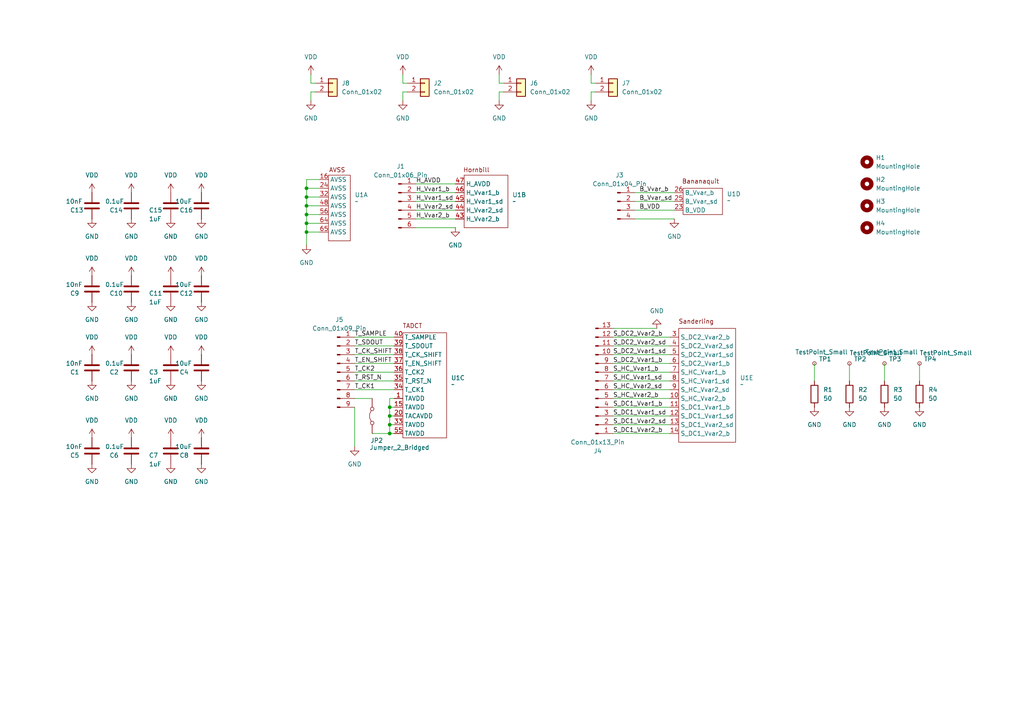
<source format=kicad_sch>
(kicad_sch (version 20231120) (generator "eeschema") (generator_version "8.0")
  (paper "A4")
  (lib_symbols
    (symbol "Connector:Conn_01x04_Pin" (pin_names (offset 1.016) hide)
      (property "Reference" "J" (at 0 5.08 0))
      (property "Value" "Conn_01x04_Pin" (at 0 -7.62 0))
      (symbol "Conn_01x04_Pin_1_1"
        (pin passive line (at 5.08 2.54 180) (length 3.81) (name "Pin_1") (number "1"))
        (pin passive line (at 5.08 0 180) (length 3.81) (name "Pin_2") (number "2"))
        (pin passive line (at 5.08 -2.54 180) (length 3.81) (name "Pin_3") (number "3"))
        (pin passive line (at 5.08 -5.08 180) (length 3.81) (name "Pin_4") (number "4"))
      )
    )
    (symbol "Connector:Conn_01x06_Pin" (pin_names (offset 1.016) hide)
      (property "Reference" "J" (at 0 7.62 0))
      (property "Value" "Conn_01x06_Pin" (at 0 -10.16 0))
      (symbol "Conn_01x06_Pin_1_1"
        (pin passive line (at 5.08 5.08 180) (length 3.81) (name "Pin_1") (number "1"))
        (pin passive line (at 5.08 2.54 180) (length 3.81) (name "Pin_2") (number "2"))
        (pin passive line (at 5.08 0 180) (length 3.81) (name "Pin_3") (number "3"))
        (pin passive line (at 5.08 -2.54 180) (length 3.81) (name "Pin_4") (number "4"))
        (pin passive line (at 5.08 -5.08 180) (length 3.81) (name "Pin_5") (number "5"))
        (pin passive line (at 5.08 -7.62 180) (length 3.81) (name "Pin_6") (number "6"))
      )
    )
    (symbol "Connector:Conn_01x09_Pin" (pin_names (offset 1.016) hide)
      (property "Reference" "J" (at 0 12.7 0))
      (property "Value" "Conn_01x09_Pin" (at 0 -12.7 0))
      (symbol "Conn_01x09_Pin_1_1"
        (pin passive line (at 5.08 10.16 180) (length 3.81) (name "Pin_1") (number "1"))
        (pin passive line (at 5.08 7.62 180) (length 3.81) (name "Pin_2") (number "2"))
        (pin passive line (at 5.08 5.08 180) (length 3.81) (name "Pin_3") (number "3"))
        (pin passive line (at 5.08 2.54 180) (length 3.81) (name "Pin_4") (number "4"))
        (pin passive line (at 5.08 0 180) (length 3.81) (name "Pin_5") (number "5"))
        (pin passive line (at 5.08 -2.54 180) (length 3.81) (name "Pin_6") (number "6"))
        (pin passive line (at 5.08 -5.08 180) (length 3.81) (name "Pin_7") (number "7"))
        (pin passive line (at 5.08 -7.62 180) (length 3.81) (name "Pin_8") (number "8"))
        (pin passive line (at 5.08 -10.16 180) (length 3.81) (name "Pin_9") (number "9"))
      )
    )
    (symbol "Connector:Conn_01x13_Pin" (pin_names (offset 1.016) hide)
      (property "Reference" "J" (at 0 17.78 0))
      (property "Value" "Conn_01x13_Pin" (at 0 -17.78 0))
      (symbol "Conn_01x13_Pin_1_1"
        (pin passive line (at 5.08 15.24 180) (length 3.81) (name "Pin_1") (number "1"))
        (pin passive line (at 5.08 -7.62 180) (length 3.81) (name "Pin_10") (number "10"))
        (pin passive line (at 5.08 -10.16 180) (length 3.81) (name "Pin_11") (number "11"))
        (pin passive line (at 5.08 -12.7 180) (length 3.81) (name "Pin_12") (number "12"))
        (pin passive line (at 5.08 -15.24 180) (length 3.81) (name "Pin_13") (number "13"))
        (pin passive line (at 5.08 12.7 180) (length 3.81) (name "Pin_2") (number "2"))
        (pin passive line (at 5.08 10.16 180) (length 3.81) (name "Pin_3") (number "3"))
        (pin passive line (at 5.08 7.62 180) (length 3.81) (name "Pin_4") (number "4"))
        (pin passive line (at 5.08 5.08 180) (length 3.81) (name "Pin_5") (number "5"))
        (pin passive line (at 5.08 2.54 180) (length 3.81) (name "Pin_6") (number "6"))
        (pin passive line (at 5.08 0 180) (length 3.81) (name "Pin_7") (number "7"))
        (pin passive line (at 5.08 -2.54 180) (length 3.81) (name "Pin_8") (number "8"))
        (pin passive line (at 5.08 -5.08 180) (length 3.81) (name "Pin_9") (number "9"))
      )
    )
    (symbol "Connector:TestPoint_Small" (pin_numbers hide) (pin_names (offset 0.762) hide)
      (property "Reference" "TP" (at 0 3.81 0))
      (property "Value" "TestPoint_Small" (at 0 2.032 0))
      (symbol "TestPoint_Small_1_1"
        (pin passive line (at 0 0 90) (length 0) (name "1") (number "1"))
      )
    )
    (symbol "Connector_Generic:Conn_01x02" (pin_names (offset 1.016) hide)
      (property "Reference" "J" (at 0 2.54 0))
      (property "Value" "Conn_01x02" (at 0 -5.08 0))
      (symbol "Conn_01x02_1_1"
        (pin passive line (at -5.08 0 0) (length 3.81) (name "Pin_1") (number "1"))
        (pin passive line (at -5.08 -2.54 0) (length 3.81) (name "Pin_2") (number "2"))
      )
    )
    (symbol "Device:C" (pin_numbers hide) (pin_names (offset 0.254))
      (property "Reference" "C" (at 0.635 2.54 0))
      (property "Value" "C" (at 0.635 -2.54 0))
      (symbol "C_1_1"
        (pin passive line (at 0 3.81 270) (length 2.794) (name "~") (number "1"))
        (pin passive line (at 0 -3.81 90) (length 2.794) (name "~") (number "2"))
      )
    )
    (symbol "Device:R" (pin_numbers hide) (pin_names (offset 0))
      (property "Reference" "R" (at 2.032 0 90))
      (property "Value" "R" (at 0 0 90))
      (symbol "R_1_1"
        (pin passive line (at 0 3.81 270) (length 1.27) (name "~") (number "1"))
        (pin passive line (at 0 -3.81 90) (length 1.27) (name "~") (number "2"))
      )
    )
    (symbol "HBST:HBST"
      (property "Reference" "U" (at -5.842 22.352 0))
      (symbol "HBST_1_1"
        (text "AVSS" (at 0 5.334 0) (effects (font (size 1.27 1.27))))
        (pin bidirectional line (at -5.08 2.54 0) (length 2.54) (name "AVSS") (number "16"))
        (pin bidirectional line (at -5.08 0 0) (length 2.54) (name "AVSS") (number "24"))
        (pin bidirectional line (at -5.08 -2.54 0) (length 2.54) (name "AVSS") (number "32"))
        (pin bidirectional line (at -5.08 -5.08 0) (length 2.54) (name "AVSS") (number "48"))
        (pin bidirectional line (at -5.08 -7.62 0) (length 2.54) (name "AVSS") (number "56"))
        (pin bidirectional line (at -5.08 -10.16 0) (length 2.54) (name "AVSS") (number "64"))
      )
      (symbol "HBST_2_1"
        (text "Hornbill" (at -1.524 9.144 0) (effects (font (size 1.27 1.27))))
        (pin bidirectional line (at -7.62 -5.08 0) (length 2.54) (name "H_Vvar2_b") (number "43"))
        (pin bidirectional line (at -7.62 -2.54 0) (length 2.54) (name "H_Vvar2_sd") (number "44"))
        (pin bidirectional line (at -7.62 0 0) (length 2.54) (name "H_Vvar1_sd") (number "45"))
        (pin bidirectional line (at -7.62 2.54 0) (length 2.54) (name "H_Vvar1_b") (number "46"))
        (pin bidirectional line (at -7.62 5.08 0) (length 2.54) (name "H_AVDD") (number "47"))
      )
      (symbol "HBST_3_1"
        (text "TADCT" (at -2.286 10.922 0) (effects (font (size 1.27 1.27))))
        (pin bidirectional line (at -7.62 -10.16 0) (length 2.54) (name "TAVDD") (number "1"))
        (pin bidirectional line (at -7.62 -12.7 0) (length 2.54) (name "TAVDD") (number "15"))
        (pin bidirectional line (at -7.62 -15.24 0) (length 2.54) (name "TACAVDD") (number "20"))
        (pin bidirectional line (at -7.62 -17.78 0) (length 2.54) (name "TAVDD") (number "33"))
        (pin bidirectional line (at -7.62 -7.62 0) (length 2.54) (name "T_CK1") (number "34"))
        (pin bidirectional line (at -7.62 -5.08 0) (length 2.54) (name "T_RST_N") (number "35"))
        (pin bidirectional line (at -7.62 -2.54 0) (length 2.54) (name "T_CK2") (number "36"))
        (pin bidirectional line (at -7.62 0 0) (length 2.54) (name "T_EN_SHIFT") (number "37"))
        (pin bidirectional line (at -7.62 2.54 0) (length 2.54) (name "T_CK_SHIFT") (number "38"))
        (pin bidirectional line (at -7.62 5.08 0) (length 2.54) (name "T_SDOUT") (number "39"))
        (pin bidirectional line (at -7.62 7.62 0) (length 2.54) (name "T_SAMPLE") (number "40"))
        (pin bidirectional line (at -7.62 -20.32 0) (length 2.54) (name "TAVDD") (number "55"))
      )
      (symbol "HBST_4_1"
        (text "Bananaquit\n" (at 0 4.572 0) (effects (font (size 1.27 1.27))))
        (pin bidirectional line (at -7.62 -3.81 0) (length 2.54) (name "B_VDD") (number "23"))
        (pin bidirectional line (at -7.62 -1.27 0) (length 2.54) (name "B_Vvar_sd") (number "25"))
        (pin bidirectional line (at -7.62 1.27 0) (length 2.54) (name "B_Vvar_b") (number "26"))
      )
      (symbol "HBST_5_1"
        (text "Sanderling" (at -1.27 18.542 0) (effects (font (size 1.27 1.27))))
        (pin bidirectional line (at -8.89 -3.81 0) (length 2.54) (name "S_HC_Vvar2_b") (number "10"))
        (pin bidirectional line (at -8.89 -6.35 0) (length 2.54) (name "S_DC1_Vvar1_b") (number "11"))
        (pin bidirectional line (at -8.89 -8.89 0) (length 2.54) (name "S_DC1_Vvar1_sd") (number "12"))
        (pin bidirectional line (at -8.89 -11.43 0) (length 2.54) (name "S_DC1_Vvar2_sd") (number "13"))
        (pin bidirectional line (at -8.89 -13.97 0) (length 2.54) (name "S_DC1_Vvar2_b") (number "14"))
        (pin bidirectional line (at -8.89 13.97 0) (length 2.54) (name "S_DC2_Vvar2_b") (number "3"))
        (pin bidirectional line (at -8.89 11.43 0) (length 2.54) (name "S_DC2_Vvar2_sd") (number "4"))
        (pin bidirectional line (at -8.89 8.89 0) (length 2.54) (name "S_DC2_Vvar1_sd") (number "5"))
        (pin bidirectional line (at -8.89 6.35 0) (length 2.54) (name "S_DC2_Vvar1_b") (number "6"))
        (pin bidirectional line (at -8.89 3.81 0) (length 2.54) (name "S_HC_Vvar1_b") (number "7"))
        (pin bidirectional line (at -8.89 1.27 0) (length 2.54) (name "S_HC_Vvar1_sd") (number "8"))
        (pin bidirectional line (at -8.89 -1.27 0) (length 2.54) (name "S_HC_Vvar2_sd") (number "9"))
      )
    )
    (symbol "HBST_1"
      (property "Reference" "U" (at -5.842 22.352 0))
      (symbol "HBST_1_1_1"
        (text "AVSS" (at 0 5.334 0) (effects (font (size 1.27 1.27))))
        (pin bidirectional line (at -5.08 2.54 0) (length 2.54) (name "AVSS") (number "16"))
        (pin bidirectional line (at -5.08 0 0) (length 2.54) (name "AVSS") (number "24"))
        (pin bidirectional line (at -5.08 -2.54 0) (length 2.54) (name "AVSS") (number "32"))
        (pin bidirectional line (at -5.08 -5.08 0) (length 2.54) (name "AVSS") (number "48"))
        (pin bidirectional line (at -5.08 -7.62 0) (length 2.54) (name "AVSS") (number "56"))
        (pin bidirectional line (at -5.08 -10.16 0) (length 2.54) (name "AVSS") (number "64"))
        (pin bidirectional line (at -5.08 -12.7 0) (length 2.54) (name "AVSS") (number "65"))
      )
      (symbol "HBST_1_2_1"
        (text "Hornbill" (at -1.524 9.144 0) (effects (font (size 1.27 1.27))))
        (pin bidirectional line (at -7.62 -5.08 0) (length 2.54) (name "H_Vvar2_b") (number "43"))
        (pin bidirectional line (at -7.62 -2.54 0) (length 2.54) (name "H_Vvar2_sd") (number "44"))
        (pin bidirectional line (at -7.62 0 0) (length 2.54) (name "H_Vvar1_sd") (number "45"))
        (pin bidirectional line (at -7.62 2.54 0) (length 2.54) (name "H_Vvar1_b") (number "46"))
        (pin bidirectional line (at -7.62 5.08 0) (length 2.54) (name "H_AVDD") (number "47"))
      )
      (symbol "HBST_1_3_1"
        (text "TADCT" (at -2.286 10.922 0) (effects (font (size 1.27 1.27))))
        (pin bidirectional line (at -7.62 -10.16 0) (length 2.54) (name "TAVDD") (number "1"))
        (pin bidirectional line (at -7.62 -12.7 0) (length 2.54) (name "TAVDD") (number "15"))
        (pin bidirectional line (at -7.62 -15.24 0) (length 2.54) (name "TACAVDD") (number "20"))
        (pin bidirectional line (at -7.62 -17.78 0) (length 2.54) (name "TAVDD") (number "33"))
        (pin bidirectional line (at -7.62 -7.62 0) (length 2.54) (name "T_CK1") (number "34"))
        (pin bidirectional line (at -7.62 -5.08 0) (length 2.54) (name "T_RST_N") (number "35"))
        (pin bidirectional line (at -7.62 -2.54 0) (length 2.54) (name "T_CK2") (number "36"))
        (pin bidirectional line (at -7.62 0 0) (length 2.54) (name "T_EN_SHIFT") (number "37"))
        (pin bidirectional line (at -7.62 2.54 0) (length 2.54) (name "T_CK_SHIFT") (number "38"))
        (pin bidirectional line (at -7.62 5.08 0) (length 2.54) (name "T_SDOUT") (number "39"))
        (pin bidirectional line (at -7.62 7.62 0) (length 2.54) (name "T_SAMPLE") (number "40"))
        (pin bidirectional line (at -7.62 -20.32 0) (length 2.54) (name "TAVDD") (number "55"))
      )
      (symbol "HBST_1_4_1"
        (text "Bananaquit\n" (at 0 4.572 0) (effects (font (size 1.27 1.27))))
        (pin bidirectional line (at -7.62 -3.81 0) (length 2.54) (name "B_VDD") (number "23"))
        (pin bidirectional line (at -7.62 -1.27 0) (length 2.54) (name "B_Vvar_sd") (number "25"))
        (pin bidirectional line (at -7.62 1.27 0) (length 2.54) (name "B_Vvar_b") (number "26"))
      )
      (symbol "HBST_1_5_1"
        (text "Sanderling" (at -1.27 18.542 0) (effects (font (size 1.27 1.27))))
        (pin bidirectional line (at -8.89 -3.81 0) (length 2.54) (name "S_HC_Vvar2_b") (number "10"))
        (pin bidirectional line (at -8.89 -6.35 0) (length 2.54) (name "S_DC1_Vvar1_b") (number "11"))
        (pin bidirectional line (at -8.89 -8.89 0) (length 2.54) (name "S_DC1_Vvar1_sd") (number "12"))
        (pin bidirectional line (at -8.89 -11.43 0) (length 2.54) (name "S_DC1_Vvar2_sd") (number "13"))
        (pin bidirectional line (at -8.89 -13.97 0) (length 2.54) (name "S_DC1_Vvar2_b") (number "14"))
        (pin bidirectional line (at -8.89 13.97 0) (length 2.54) (name "S_DC2_Vvar2_b") (number "3"))
        (pin bidirectional line (at -8.89 11.43 0) (length 2.54) (name "S_DC2_Vvar2_sd") (number "4"))
        (pin bidirectional line (at -8.89 8.89 0) (length 2.54) (name "S_DC2_Vvar1_sd") (number "5"))
        (pin bidirectional line (at -8.89 6.35 0) (length 2.54) (name "S_DC2_Vvar1_b") (number "6"))
        (pin bidirectional line (at -8.89 3.81 0) (length 2.54) (name "S_HC_Vvar1_b") (number "7"))
        (pin bidirectional line (at -8.89 1.27 0) (length 2.54) (name "S_HC_Vvar1_sd") (number "8"))
        (pin bidirectional line (at -8.89 -1.27 0) (length 2.54) (name "S_HC_Vvar2_sd") (number "9"))
      )
    )
    (symbol "Jumper:Jumper_2_Bridged" (pin_numbers hide) (pin_names (offset 0) hide) (exclude_from_sim yes)
      (property "Reference" "JP" (at 0 1.905 0))
      (property "Value" "Jumper_2_Bridged" (at 0 -2.54 0))
      (symbol "Jumper_2_Bridged_1_1"
        (pin passive line (at -5.08 0 0) (length 2.54) (name "A") (number "1"))
        (pin passive line (at 5.08 0 180) (length 2.54) (name "B") (number "2"))
      )
    )
    (symbol "Mechanical:MountingHole" (pin_names (offset 1.016)) (exclude_from_sim yes) (in_bom no)
      (property "Reference" "H" (at 0 5.08 0))
      (property "Value" "MountingHole" (at 0 3.175 0))
    )
    (symbol "power:GND" (power) (pin_numbers hide) (pin_names (offset 0) hide)
      (property "Value" "GND" (at 0 -3.81 0))
      (symbol "GND_1_1"
        (pin power_in line (at 0 0 270) (length 0) (name "~") (number "1"))
      )
    )
    (symbol "power:VDD" (power) (pin_numbers hide) (pin_names (offset 0) hide)
      (property "Value" "VDD" (at 0 3.556 0))
      (symbol "VDD_1_1"
        (pin power_in line (at 0 0 90) (length 0) (name "~") (number "1"))
      )
    )
  )
  (junction (at 113.03 123.19))
  (junction (at 113.03 118.11))
  (junction (at 88.9 57.15))
  (junction (at 88.9 64.77))
  (junction (at 88.9 54.61))
  (junction (at 113.03 125.73))
  (junction (at 88.9 62.23))
  (junction (at 88.9 67.31))
  (junction (at 113.03 120.65))
  (junction (at 88.9 59.69))
  (wire (pts (xy 88.9 59.69) (xy 88.9 62.23)))
  (wire (pts (xy 177.8 95.25) (xy 190.5 95.25)))
  (wire (pts (xy 146.05 24.13) (xy 144.78 24.13)))
  (wire (pts (xy 88.9 59.69) (xy 92.71 59.69)))
  (wire (pts (xy 91.44 24.13) (xy 90.17 24.13)))
  (wire (pts (xy 88.9 64.77) (xy 88.9 67.31)))
  (wire (pts (xy 102.87 107.95) (xy 114.3 107.95)))
  (wire (pts (xy 172.72 26.67) (xy 171.45 26.67)))
  (wire (pts (xy 88.9 67.31) (xy 92.71 67.31)))
  (wire (pts (xy 246.38 105.41) (xy 246.38 110.49)))
  (wire (pts (xy 102.87 113.03) (xy 114.3 113.03)))
  (wire (pts (xy 102.87 100.33) (xy 114.3 100.33)))
  (wire (pts (xy 177.8 100.33) (xy 194.31 100.33)))
  (wire (pts (xy 120.65 53.34) (xy 132.08 53.34)))
  (wire (pts (xy 102.87 105.41) (xy 114.3 105.41)))
  (wire (pts (xy 184.15 63.5) (xy 195.58 63.5)))
  (wire (pts (xy 90.17 26.67) (xy 90.17 29.21)))
  (wire (pts (xy 118.11 26.67) (xy 116.84 26.67)))
  (wire (pts (xy 88.9 57.15) (xy 92.71 57.15)))
  (wire (pts (xy 120.65 60.96) (xy 132.08 60.96)))
  (wire (pts (xy 177.8 115.57) (xy 194.31 115.57)))
  (wire (pts (xy 177.8 118.11) (xy 194.31 118.11)))
  (wire (pts (xy 88.9 54.61) (xy 88.9 57.15)))
  (wire (pts (xy 113.03 120.65) (xy 114.3 120.65)))
  (wire (pts (xy 88.9 52.07) (xy 88.9 54.61)))
  (wire (pts (xy 171.45 26.67) (xy 171.45 29.21)))
  (wire (pts (xy 114.3 123.19) (xy 113.03 123.19)))
  (wire (pts (xy 120.65 55.88) (xy 132.08 55.88)))
  (wire (pts (xy 90.17 24.13) (xy 90.17 21.59)))
  (wire (pts (xy 88.9 62.23) (xy 92.71 62.23)))
  (wire (pts (xy 177.8 120.65) (xy 194.31 120.65)))
  (wire (pts (xy 171.45 24.13) (xy 171.45 21.59)))
  (wire (pts (xy 102.87 118.11) (xy 102.87 129.54)))
  (wire (pts (xy 146.05 26.67) (xy 144.78 26.67)))
  (wire (pts (xy 91.44 26.67) (xy 90.17 26.67)))
  (wire (pts (xy 113.03 115.57) (xy 114.3 115.57)))
  (wire (pts (xy 120.65 66.04) (xy 132.08 66.04)))
  (wire (pts (xy 120.65 58.42) (xy 132.08 58.42)))
  (wire (pts (xy 102.87 97.79) (xy 114.3 97.79)))
  (wire (pts (xy 236.22 105.41) (xy 236.22 110.49)))
  (wire (pts (xy 177.8 113.03) (xy 194.31 113.03)))
  (wire (pts (xy 177.8 102.87) (xy 194.31 102.87)))
  (wire (pts (xy 113.03 123.19) (xy 113.03 120.65)))
  (wire (pts (xy 92.71 52.07) (xy 88.9 52.07)))
  (wire (pts (xy 116.84 24.13) (xy 116.84 21.59)))
  (wire (pts (xy 113.03 118.11) (xy 113.03 115.57)))
  (wire (pts (xy 102.87 102.87) (xy 114.3 102.87)))
  (wire (pts (xy 177.8 110.49) (xy 194.31 110.49)))
  (wire (pts (xy 266.7 105.41) (xy 266.7 110.49)))
  (wire (pts (xy 184.15 55.88) (xy 195.58 55.88)))
  (wire (pts (xy 144.78 26.67) (xy 144.78 29.21)))
  (wire (pts (xy 88.9 67.31) (xy 88.9 71.12)))
  (wire (pts (xy 144.78 24.13) (xy 144.78 21.59)))
  (wire (pts (xy 88.9 54.61) (xy 92.71 54.61)))
  (wire (pts (xy 102.87 115.57) (xy 107.95 115.57)))
  (wire (pts (xy 118.11 24.13) (xy 116.84 24.13)))
  (wire (pts (xy 177.8 97.79) (xy 194.31 97.79)))
  (wire (pts (xy 184.15 60.96) (xy 195.58 60.96)))
  (wire (pts (xy 102.87 110.49) (xy 114.3 110.49)))
  (wire (pts (xy 107.95 125.73) (xy 113.03 125.73)))
  (wire (pts (xy 177.8 125.73) (xy 194.31 125.73)))
  (wire (pts (xy 88.9 62.23) (xy 88.9 64.77)))
  (wire (pts (xy 172.72 24.13) (xy 171.45 24.13)))
  (wire (pts (xy 177.8 105.41) (xy 194.31 105.41)))
  (wire (pts (xy 120.65 63.5) (xy 132.08 63.5)))
  (wire (pts (xy 88.9 57.15) (xy 88.9 59.69)))
  (wire (pts (xy 177.8 107.95) (xy 194.31 107.95)))
  (wire (pts (xy 256.54 105.41) (xy 256.54 110.49)))
  (wire (pts (xy 113.03 120.65) (xy 113.03 118.11)))
  (wire (pts (xy 113.03 125.73) (xy 113.03 123.19)))
  (wire (pts (xy 88.9 64.77) (xy 92.71 64.77)))
  (wire (pts (xy 116.84 26.67) (xy 116.84 29.21)))
  (wire (pts (xy 177.8 123.19) (xy 194.31 123.19)))
  (wire (pts (xy 114.3 118.11) (xy 113.03 118.11)))
  (wire (pts (xy 184.15 58.42) (xy 195.58 58.42)))
  (wire (pts (xy 114.3 125.73) (xy 113.03 125.73)))
  (label "S_DC2_Vvar2_b" (at 177.8 97.79 0))
  (label "T_CK1" (at 102.87 113.03 0))
  (label "T_CK_SHIFT" (at 102.87 102.87 0))
  (label "B_VDD" (at 185.42 60.96 0))
  (label "T_CK2" (at 102.87 107.95 0))
  (label "H_Vvar2_sd" (at 120.65 60.96 0))
  (label "H_AVDD" (at 120.65 53.34 0))
  (label "S_HC_Vvar1_b" (at 177.8 107.95 0))
  (label "S_DC1_Vvar2_b" (at 177.8 125.73 0))
  (label "T_RST_N" (at 102.87 110.49 0))
  (label "S_HC_Vvar2_sd" (at 177.8 113.03 0))
  (label "S_DC2_Vvar1_sd" (at 177.8 102.87 0))
  (label "S_HC_Vvar2_b" (at 177.8 115.57 0))
  (label "T_SDOUT" (at 102.87 100.33 0))
  (label "H_Vvar2_b" (at 120.65 63.5 0))
  (label "B_Vvar_sd" (at 185.42 58.42 0))
  (label "T_EN_SHIFT" (at 102.87 105.41 0))
  (label "H_Vvar1_b" (at 120.65 55.88 0))
  (label "T_SAMPLE" (at 102.87 97.79 0))
  (label "S_DC1_Vvar1_sd" (at 177.8 120.65 0))
  (label "S_DC2_Vvar2_sd" (at 177.8 100.33 0))
  (label "S_HC_Vvar1_sd" (at 177.8 110.49 0))
  (label "B_Vvar_b" (at 185.42 55.88 0))
  (label "S_DC1_Vvar2_sd" (at 177.8 123.19 0))
  (label "S_DC2_Vvar1_b" (at 177.8 105.41 0))
  (label "H_Vvar1_sd" (at 120.65 58.42 0))
  (label "S_DC1_Vvar1_b" (at 177.8 118.11 0))
  (symbol (lib_id "Mechanical:MountingHole") (at 251.46 46.99 90) (unit 1) (exclude_from_sim yes) (in_bom no)
    (property "Reference" "H1" (at 254 45.7199 90) (effects (justify right)))
    (property "Value" "MountingHole" (at 254 48.2599 90) (effects (justify right)))
    (property "Footprint" "MountingHole:MountingHole_5mm_Pad_TopBottom" (effects (hide yes)))
    (property "Description" "Mounting Hole without connection" (effects (hide yes)))
  )
  (symbol (lib_id "power:VDD") (at 90.17 21.59 0) (unit 1)
    (property "Reference" "#PWR048" (effects (hide yes)))
    (property "Value" "VDD" (at 90.17 16.51 0))
    (property "Description" "Power symbol creates a global label with name \"VDD\"" (effects (hide yes)))
  )
  (symbol (lib_id "power:GND") (at 49.53 87.63 0) (unit 1)
    (property "Reference" "#PWR031" (effects (hide yes)))
    (property "Value" "GND" (at 49.53 92.71 0))
    (property "Description" "Power symbol creates a global label with name \"GND\" , ground" (effects (hide yes)))
  )
  (symbol (lib_id "power:GND") (at 236.22 118.11 0) (unit 1)
    (property "Reference" "#PWR06" (effects (hide yes)))
    (property "Value" "GND" (at 236.22 123.19 0))
    (property "Description" "Power symbol creates a global label with name \"GND\" , ground" (effects (hide yes)))
  )
  (symbol (lib_id "Device:C") (at 58.42 130.81 0) (mirror x) (unit 1)
    (property "Reference" "C8" (at 52.07 132.08 0) (effects (justify left)))
    (property "Value" "10uF" (at 50.8 129.54 0) (effects (justify left)))
    (property "Footprint" "Capacitor_SMD:C_0805_2012Metric" (effects (hide yes)))
    (property "Description" "Unpolarized capacitor" (effects (hide yes)))
    (property "MANUFACTURER" "Samsung" (effects (hide yes)))
    (property "Manufacturer_Name" "Samsung" (effects (hide yes)))
    (property "Manufacturer_Part_Number" "CL21A106KOQNNNE" (effects (hide yes)))
    (property "LCSC" "C1713" (effects (hide yes)))
    (property "Farnell" "3013453" (effects (hide yes)))
  )
  (symbol (lib_id "Device:C") (at 26.67 83.82 0) (mirror x) (unit 1)
    (property "Reference" "C9" (at 20.32 85.09 0) (effects (justify left)))
    (property "Value" "10nF" (at 19.05 82.55 0) (effects (justify left)))
    (property "Footprint" "Capacitor_SMD:C_0805_2012Metric" (effects (hide yes)))
    (property "Description" "Unpolarized capacitor" (effects (hide yes)))
    (property "MANUFACTURER" "Samsung" (effects (hide yes)))
    (property "Manufacturer_Name" "Samsung" (effects (hide yes)))
    (property "Manufacturer_Part_Number" "CL21B103KBANNNC" (effects (hide yes)))
    (property "LCSC" "C1710" (effects (hide yes)))
    (property "Digi-Key Part Number" "1276-1015-1-ND" (effects (hide yes)))
    (property "Farnell" "3013470" (effects (hide yes)))
  )
  (symbol (lib_id "Connector:Conn_01x06_Pin") (at 115.57 58.42 0) (unit 1)
    (property "Reference" "J1" (at 116.205 48.26 0))
    (property "Value" "Conn_01x06_Pin" (at 116.205 50.8 0))
    (property "Footprint" "Connector_PinHeader_2.54mm:PinHeader_1x06_P2.54mm_Horizontal" (effects (hide yes)))
    (property "Description" "Generic connector, single row, 01x06, script generated" (effects (hide yes)))
  )
  (symbol (lib_id "Mechanical:MountingHole") (at 251.46 53.34 90) (unit 1) (exclude_from_sim yes) (in_bom no)
    (property "Reference" "H2" (at 254 52.0699 90) (effects (justify right)))
    (property "Value" "MountingHole" (at 254 54.6099 90) (effects (justify right)))
    (property "Footprint" "MountingHole:MountingHole_5mm_Pad_TopBottom" (effects (hide yes)))
    (property "Description" "Mounting Hole without connection" (effects (hide yes)))
  )
  (symbol (lib_id "power:VDD") (at 171.45 21.59 0) (unit 1)
    (property "Reference" "#PWR046" (effects (hide yes)))
    (property "Value" "VDD" (at 171.45 16.51 0))
    (property "Description" "Power symbol creates a global label with name \"VDD\"" (effects (hide yes)))
  )
  (symbol (lib_id "Connector:Conn_01x13_Pin") (at 172.72 110.49 0) (mirror x) (unit 1)
    (property "Reference" "J4" (at 173.355 130.81 0))
    (property "Value" "Conn_01x13_Pin" (at 173.355 128.27 0))
    (property "Footprint" "Connector_PinHeader_2.54mm:PinHeader_1x13_P2.54mm_Horizontal" (effects (hide yes)))
    (property "Description" "Generic connector, single row, 01x13, script generated" (effects (hide yes)))
  )
  (symbol (lib_id "Device:C") (at 49.53 83.82 0) (mirror x) (unit 1)
    (property "Reference" "C11" (at 43.18 85.09 0) (effects (justify left)))
    (property "Value" "1uF" (at 43.18 87.63 0) (effects (justify left)))
    (property "Footprint" "Capacitor_SMD:C_0805_2012Metric" (effects (hide yes)))
    (property "Description" "Unpolarized capacitor" (effects (hide yes)))
    (property "MANUFACTURER" "Samsung" (effects (hide yes)))
    (property "Manufacturer_Name" "Samsung" (effects (hide yes)))
    (property "Manufacturer_Part_Number" "CL21B105KAFNNNE" (effects (hide yes)))
    (property "LCSC" "C116352" (effects (hide yes)))
    (property "Farnell" "3013481" (effects (hide yes)))
  )
  (symbol (lib_id "power:GND") (at 195.58 63.5 0) (unit 1)
    (property "Reference" "#PWR05" (effects (hide yes)))
    (property "Value" "GND" (at 195.58 68.58 0))
    (property "Description" "Power symbol creates a global label with name \"GND\" , ground" (effects (hide yes)))
  )
  (symbol (lib_id "Connector:TestPoint_Small") (at 256.54 105.41 0) (unit 1)
    (property "Reference" "TP3" (at 257.81 104.1399 0) (effects (justify left)))
    (property "Value" "TestPoint_Small" (at 250.952 102.108 0) (effects (justify left)))
    (property "Footprint" "TestPoint:TestPoint_Pad_D1.0mm" (effects (hide yes)))
    (property "Description" "test point" (effects (hide yes)))
  )
  (symbol (lib_id "power:VDD") (at 58.42 127 0) (unit 1)
    (property "Reference" "#PWR024" (effects (hide yes)))
    (property "Value" "VDD" (at 58.42 121.92 0))
    (property "Description" "Power symbol creates a global label with name \"VDD\"" (effects (hide yes)))
  )
  (symbol (lib_id "Mechanical:MountingHole") (at 251.46 66.04 90) (unit 1) (exclude_from_sim yes) (in_bom no)
    (property "Reference" "H4" (at 254 64.7699 90) (effects (justify right)))
    (property "Value" "MountingHole" (at 254 67.3099 90) (effects (justify right)))
    (property "Footprint" "MountingHole:MountingHole_5mm_Pad_TopBottom" (effects (hide yes)))
    (property "Description" "Mounting Hole without connection" (effects (hide yes)))
  )
  (symbol (lib_id "Device:C") (at 38.1 106.68 0) (mirror x) (unit 1)
    (property "Reference" "C2" (at 31.75 107.95 0) (effects (justify left)))
    (property "Value" "0.1uF" (at 30.48 105.41 0) (effects (justify left)))
    (property "Footprint" "Capacitor_SMD:C_0805_2012Metric" (effects (hide yes)))
    (property "Description" "Unpolarized capacitor" (effects (hide yes)))
    (property "MANUFACTURER" "Samsung" (effects (hide yes)))
    (property "Manufacturer_Name" "Samsung" (effects (hide yes)))
    (property "Manufacturer_Part_Number" "CL21B104KBCNNNC" (effects (hide yes)))
    (property "LCSC" "C1711" (effects (hide yes)))
    (property "Farnell" "3013476" (effects (hide yes)))
  )
  (symbol (lib_id "power:GND") (at 26.67 110.49 0) (unit 1)
    (property "Reference" "#PWR010" (effects (hide yes)))
    (property "Value" "GND" (at 26.67 115.57 0))
    (property "Description" "Power symbol creates a global label with name \"GND\" , ground" (effects (hide yes)))
  )
  (symbol (lib_id "Device:R") (at 246.38 114.3 0) (unit 1)
    (property "Reference" "R2" (at 248.92 113.0299 0) (effects (justify left)))
    (property "Value" "50" (at 248.92 115.5699 0) (effects (justify left)))
    (property "Footprint" "Resistor_SMD:R_0805_2012Metric_Pad1.20x1.40mm_HandSolder" (effects (hide yes)))
    (property "Description" "Resistor" (effects (hide yes)))
  )
  (symbol (lib_name "HBST_1") (lib_id "HBST:HBST") (at 97.79 54.61 0) (unit 1)
    (property "Reference" "U1" (at 102.87 56.5121 0) (effects (justify left)))
    (property "Value" "~" (at 102.87 58.4172 0) (effects (justify left)))
    (property "Footprint" "Package_DFN_QFN:QFN-64-1EP_8x8mm_P0.4mm_EP6.5x6.5mm_ThermalVias" (effects (hide yes)))
  )
  (symbol (lib_id "Jumper:Jumper_2_Bridged") (at 107.95 120.65 90) (unit 1) (exclude_from_sim yes)
    (property "Reference" "JP2" (at 107.442 127.762 90) (effects (justify right)))
    (property "Value" "Jumper_2_Bridged" (at 107.188 129.794 90) (effects (justify right)))
    (property "Footprint" "TestPoint:TestPoint_2Pads_Pitch2.54mm_Drill0.8mm" (effects (hide yes)))
    (property "Description" "Jumper, 2-pole, closed/bridged" (effects (hide yes)))
  )
  (symbol (lib_id "power:GND") (at 116.84 29.21 0) (unit 1)
    (property "Reference" "#PWR042" (effects (hide yes)))
    (property "Value" "GND" (at 116.84 34.29 0))
    (property "Description" "Power symbol creates a global label with name \"GND\" , ground" (effects (hide yes)))
  )
  (symbol (lib_id "power:GND") (at 246.38 118.11 0) (unit 1)
    (property "Reference" "#PWR07" (effects (hide yes)))
    (property "Value" "GND" (at 246.38 123.19 0))
    (property "Description" "Power symbol creates a global label with name \"GND\" , ground" (effects (hide yes)))
  )
  (symbol (lib_id "Device:C") (at 38.1 59.69 0) (mirror x) (unit 1)
    (property "Reference" "C14" (at 31.75 60.96 0) (effects (justify left)))
    (property "Value" "0.1uF" (at 30.48 58.42 0) (effects (justify left)))
    (property "Footprint" "Capacitor_SMD:C_0805_2012Metric" (effects (hide yes)))
    (property "Description" "Unpolarized capacitor" (effects (hide yes)))
    (property "MANUFACTURER" "Samsung" (effects (hide yes)))
    (property "Manufacturer_Name" "Samsung" (effects (hide yes)))
    (property "Manufacturer_Part_Number" "CL21B104KBCNNNC" (effects (hide yes)))
    (property "LCSC" "C1711" (effects (hide yes)))
    (property "Farnell" "3013476" (effects (hide yes)))
  )
  (symbol (lib_id "power:GND") (at 266.7 118.11 0) (unit 1)
    (property "Reference" "#PWR09" (effects (hide yes)))
    (property "Value" "GND" (at 266.7 123.19 0))
    (property "Description" "Power symbol creates a global label with name \"GND\" , ground" (effects (hide yes)))
  )
  (symbol (lib_id "power:VDD") (at 116.84 21.59 0) (unit 1)
    (property "Reference" "#PWR043" (effects (hide yes)))
    (property "Value" "VDD" (at 116.84 16.51 0))
    (property "Description" "Power symbol creates a global label with name \"VDD\"" (effects (hide yes)))
  )
  (symbol (lib_id "Mechanical:MountingHole") (at 251.46 59.69 90) (unit 1) (exclude_from_sim yes) (in_bom no)
    (property "Reference" "H3" (at 254 58.4199 90) (effects (justify right)))
    (property "Value" "MountingHole" (at 254 60.9599 90) (effects (justify right)))
    (property "Footprint" "MountingHole:MountingHole_5mm_Pad_TopBottom" (effects (hide yes)))
    (property "Description" "Mounting Hole without connection" (effects (hide yes)))
  )
  (symbol (lib_id "Connector:TestPoint_Small") (at 246.38 105.41 0) (unit 1)
    (property "Reference" "TP2" (at 247.65 104.1399 0) (effects (justify left)))
    (property "Value" "TestPoint_Small" (at 246.38 102.362 0) (effects (justify left)))
    (property "Footprint" "TestPoint:TestPoint_Pad_D1.0mm" (effects (hide yes)))
    (property "Description" "test point" (effects (hide yes)))
  )
  (symbol (lib_id "power:VDD") (at 58.42 55.88 0) (unit 1)
    (property "Reference" "#PWR040" (effects (hide yes)))
    (property "Value" "VDD" (at 58.42 50.8 0))
    (property "Description" "Power symbol creates a global label with name \"VDD\"" (effects (hide yes)))
  )
  (symbol (lib_id "Connector:Conn_01x04_Pin") (at 179.07 58.42 0) (unit 1)
    (property "Reference" "J3" (at 179.705 50.8 0))
    (property "Value" "Conn_01x04_Pin" (at 179.705 53.34 0))
    (property "Footprint" "Connector_PinHeader_2.54mm:PinHeader_1x04_P2.54mm_Horizontal" (effects (hide yes)))
    (property "Description" "Generic connector, single row, 01x04, script generated" (effects (hide yes)))
  )
  (symbol (lib_id "HBST:HBST") (at 203.2 57.15 0) (unit 4)
    (property "Reference" "U1" (at 210.82 56.2581 0) (effects (justify left)))
    (property "Value" "~" (at 210.82 58.1632 0) (effects (justify left)))
    (property "Footprint" "Package_DFN_QFN:QFN-64-1EP_8x8mm_P0.4mm_EP6.5x6.5mm_ThermalVias" (effects (hide yes)))
  )
  (symbol (lib_id "power:VDD") (at 58.42 102.87 0) (unit 1)
    (property "Reference" "#PWR017" (effects (hide yes)))
    (property "Value" "VDD" (at 58.42 97.79 0))
    (property "Description" "Power symbol creates a global label with name \"VDD\"" (effects (hide yes)))
  )
  (symbol (lib_id "Device:C") (at 26.67 130.81 0) (mirror x) (unit 1)
    (property "Reference" "C5" (at 20.32 132.08 0) (effects (justify left)))
    (property "Value" "10nF" (at 19.05 129.54 0) (effects (justify left)))
    (property "Footprint" "Capacitor_SMD:C_0805_2012Metric" (effects (hide yes)))
    (property "Description" "Unpolarized capacitor" (effects (hide yes)))
    (property "MANUFACTURER" "Samsung" (effects (hide yes)))
    (property "Manufacturer_Name" "Samsung" (effects (hide yes)))
    (property "Manufacturer_Part_Number" "CL21B103KBANNNC" (effects (hide yes)))
    (property "LCSC" "C1710" (effects (hide yes)))
    (property "Digi-Key Part Number" "1276-1015-1-ND" (effects (hide yes)))
    (property "Farnell" "3013470" (effects (hide yes)))
  )
  (symbol (lib_id "power:VDD") (at 58.42 80.01 0) (unit 1)
    (property "Reference" "#PWR032" (effects (hide yes)))
    (property "Value" "VDD" (at 58.42 74.93 0))
    (property "Description" "Power symbol creates a global label with name \"VDD\"" (effects (hide yes)))
  )
  (symbol (lib_id "Device:R") (at 236.22 114.3 0) (unit 1)
    (property "Reference" "R1" (at 238.76 113.0299 0) (effects (justify left)))
    (property "Value" "50" (at 238.76 115.5699 0) (effects (justify left)))
    (property "Footprint" "Resistor_SMD:R_0805_2012Metric_Pad1.20x1.40mm_HandSolder" (effects (hide yes)))
    (property "Description" "Resistor" (effects (hide yes)))
  )
  (symbol (lib_id "Connector:Conn_01x09_Pin") (at 97.79 107.95 0) (unit 1)
    (property "Reference" "J5" (at 98.425 92.71 0))
    (property "Value" "Conn_01x09_Pin" (at 98.425 95.25 0))
    (property "Footprint" "Connector_PinHeader_2.54mm:PinHeader_1x09_P2.54mm_Horizontal" (effects (hide yes)))
    (property "Description" "Generic connector, single row, 01x09, script generated" (effects (hide yes)))
  )
  (symbol (lib_id "power:GND") (at 171.45 29.21 0) (unit 1)
    (property "Reference" "#PWR047" (effects (hide yes)))
    (property "Value" "GND" (at 171.45 34.29 0))
    (property "Description" "Power symbol creates a global label with name \"GND\" , ground" (effects (hide yes)))
  )
  (symbol (lib_id "HBST:HBST") (at 139.7 58.42 0) (unit 2)
    (property "Reference" "U1" (at 148.59 56.5121 0) (effects (justify left)))
    (property "Value" "~" (at 148.59 58.4172 0) (effects (justify left)))
    (property "Footprint" "Package_DFN_QFN:QFN-64-1EP_8x8mm_P0.4mm_EP6.5x6.5mm_ThermalVias" (effects (hide yes)))
  )
  (symbol (lib_id "power:GND") (at 58.42 87.63 0) (unit 1)
    (property "Reference" "#PWR033" (effects (hide yes)))
    (property "Value" "GND" (at 58.42 92.71 0))
    (property "Description" "Power symbol creates a global label with name \"GND\" , ground" (effects (hide yes)))
  )
  (symbol (lib_id "power:GND") (at 49.53 63.5 0) (unit 1)
    (property "Reference" "#PWR039" (effects (hide yes)))
    (property "Value" "GND" (at 49.53 68.58 0))
    (property "Description" "Power symbol creates a global label with name \"GND\" , ground" (effects (hide yes)))
  )
  (symbol (lib_id "power:VDD") (at 26.67 80.01 0) (unit 1)
    (property "Reference" "#PWR026" (effects (hide yes)))
    (property "Value" "VDD" (at 26.67 74.93 0))
    (property "Description" "Power symbol creates a global label with name \"VDD\"" (effects (hide yes)))
  )
  (symbol (lib_id "Connector_Generic:Conn_01x02") (at 96.52 24.13 0) (unit 1)
    (property "Reference" "J8" (at 99.06 24.1299 0) (effects (justify left)))
    (property "Value" "Conn_01x02" (at 99.06 26.6699 0) (effects (justify left)))
    (property "Footprint" "Connector_PinHeader_2.54mm:PinHeader_1x02_P2.54mm_Horizontal" (effects (hide yes)))
    (property "Description" "Generic connector, single row, 01x02, script generated (kicad-library-utils/schlib/autogen/connector/)" (effects (hide yes)))
  )
  (symbol (lib_id "Connector_Generic:Conn_01x02") (at 123.19 24.13 0) (unit 1)
    (property "Reference" "J2" (at 125.73 24.1299 0) (effects (justify left)))
    (property "Value" "Conn_01x02" (at 125.73 26.6699 0) (effects (justify left)))
    (property "Footprint" "Connector_PinHeader_2.54mm:PinHeader_1x02_P2.54mm_Horizontal" (effects (hide yes)))
    (property "Description" "Generic connector, single row, 01x02, script generated (kicad-library-utils/schlib/autogen/connector/)" (effects (hide yes)))
  )
  (symbol (lib_id "power:VDD") (at 26.67 127 0) (unit 1)
    (property "Reference" "#PWR018" (effects (hide yes)))
    (property "Value" "VDD" (at 26.67 121.92 0))
    (property "Description" "Power symbol creates a global label with name \"VDD\"" (effects (hide yes)))
  )
  (symbol (lib_id "power:VDD") (at 26.67 102.87 0) (unit 1)
    (property "Reference" "#PWR014" (effects (hide yes)))
    (property "Value" "VDD" (at 26.67 97.79 0))
    (property "Description" "Power symbol creates a global label with name \"VDD\"" (effects (hide yes)))
  )
  (symbol (lib_id "power:GND") (at 58.42 134.62 0) (unit 1)
    (property "Reference" "#PWR025" (effects (hide yes)))
    (property "Value" "GND" (at 58.42 139.7 0))
    (property "Description" "Power symbol creates a global label with name \"GND\" , ground" (effects (hide yes)))
  )
  (symbol (lib_id "power:VDD") (at 38.1 80.01 0) (unit 1)
    (property "Reference" "#PWR028" (effects (hide yes)))
    (property "Value" "VDD" (at 38.1 74.93 0))
    (property "Description" "Power symbol creates a global label with name \"VDD\"" (effects (hide yes)))
  )
  (symbol (lib_id "Device:C") (at 49.53 59.69 0) (mirror x) (unit 1)
    (property "Reference" "C15" (at 43.18 60.96 0) (effects (justify left)))
    (property "Value" "1uF" (at 43.18 63.5 0) (effects (justify left)))
    (property "Footprint" "Capacitor_SMD:C_0805_2012Metric" (effects (hide yes)))
    (property "Description" "Unpolarized capacitor" (effects (hide yes)))
    (property "MANUFACTURER" "Samsung" (effects (hide yes)))
    (property "Manufacturer_Name" "Samsung" (effects (hide yes)))
    (property "Manufacturer_Part_Number" "CL21B105KAFNNNE" (effects (hide yes)))
    (property "LCSC" "C116352" (effects (hide yes)))
    (property "Farnell" "3013481" (effects (hide yes)))
  )
  (symbol (lib_id "Device:C") (at 58.42 83.82 0) (mirror x) (unit 1)
    (property "Reference" "C12" (at 52.07 85.09 0) (effects (justify left)))
    (property "Value" "10uF" (at 50.8 82.55 0) (effects (justify left)))
    (property "Footprint" "Capacitor_SMD:C_0805_2012Metric" (effects (hide yes)))
    (property "Description" "Unpolarized capacitor" (effects (hide yes)))
    (property "MANUFACTURER" "Samsung" (effects (hide yes)))
    (property "Manufacturer_Name" "Samsung" (effects (hide yes)))
    (property "Manufacturer_Part_Number" "CL21A106KOQNNNE" (effects (hide yes)))
    (property "LCSC" "C1713" (effects (hide yes)))
    (property "Farnell" "3013453" (effects (hide yes)))
  )
  (symbol (lib_id "power:GND") (at 88.9 71.12 0) (unit 1)
    (property "Reference" "#PWR01" (effects (hide yes)))
    (property "Value" "GND" (at 88.9 76.2 0))
    (property "Description" "Power symbol creates a global label with name \"GND\" , ground" (effects (hide yes)))
  )
  (symbol (lib_id "Connector_Generic:Conn_01x02") (at 177.8 24.13 0) (unit 1)
    (property "Reference" "J7" (at 180.34 24.1299 0) (effects (justify left)))
    (property "Value" "Conn_01x02" (at 180.34 26.6699 0) (effects (justify left)))
    (property "Footprint" "Connector_PinHeader_2.54mm:PinHeader_1x02_P2.54mm_Horizontal" (effects (hide yes)))
    (property "Description" "Generic connector, single row, 01x02, script generated (kicad-library-utils/schlib/autogen/connector/)" (effects (hide yes)))
  )
  (symbol (lib_id "HBST:HBST") (at 121.92 105.41 0) (unit 3)
    (property "Reference" "U1" (at 130.81 109.5981 0) (effects (justify left)))
    (property "Value" "~" (at 130.81 111.5032 0) (effects (justify left)))
    (property "Footprint" "Package_DFN_QFN:QFN-64-1EP_8x8mm_P0.4mm_EP6.5x6.5mm_ThermalVias" (effects (hide yes)))
  )
  (symbol (lib_id "power:VDD") (at 49.53 127 0) (unit 1)
    (property "Reference" "#PWR022" (effects (hide yes)))
    (property "Value" "VDD" (at 49.53 121.92 0))
    (property "Description" "Power symbol creates a global label with name \"VDD\"" (effects (hide yes)))
  )
  (symbol (lib_id "power:VDD") (at 38.1 127 0) (unit 1)
    (property "Reference" "#PWR020" (effects (hide yes)))
    (property "Value" "VDD" (at 38.1 121.92 0))
    (property "Description" "Power symbol creates a global label with name \"VDD\"" (effects (hide yes)))
  )
  (symbol (lib_id "power:VDD") (at 49.53 102.87 0) (unit 1)
    (property "Reference" "#PWR016" (effects (hide yes)))
    (property "Value" "VDD" (at 49.53 97.79 0))
    (property "Description" "Power symbol creates a global label with name \"VDD\"" (effects (hide yes)))
  )
  (symbol (lib_id "HBST:HBST") (at 203.2 111.76 0) (unit 5)
    (property "Reference" "U1" (at 214.63 109.5981 0) (effects (justify left)))
    (property "Value" "~" (at 214.63 111.5032 0) (effects (justify left)))
    (property "Footprint" "Package_DFN_QFN:QFN-64-1EP_8x8mm_P0.4mm_EP6.5x6.5mm_ThermalVias" (effects (hide yes)))
  )
  (symbol (lib_id "power:GND") (at 38.1 63.5 0) (unit 1)
    (property "Reference" "#PWR037" (effects (hide yes)))
    (property "Value" "GND" (at 38.1 68.58 0))
    (property "Description" "Power symbol creates a global label with name \"GND\" , ground" (effects (hide yes)))
  )
  (symbol (lib_id "Device:C") (at 38.1 130.81 0) (mirror x) (unit 1)
    (property "Reference" "C6" (at 31.75 132.08 0) (effects (justify left)))
    (property "Value" "0.1uF" (at 30.48 129.54 0) (effects (justify left)))
    (property "Footprint" "Capacitor_SMD:C_0805_2012Metric" (effects (hide yes)))
    (property "Description" "Unpolarized capacitor" (effects (hide yes)))
    (property "MANUFACTURER" "Samsung" (effects (hide yes)))
    (property "Manufacturer_Name" "Samsung" (effects (hide yes)))
    (property "Manufacturer_Part_Number" "CL21B104KBCNNNC" (effects (hide yes)))
    (property "LCSC" "C1711" (effects (hide yes)))
    (property "Farnell" "3013476" (effects (hide yes)))
  )
  (symbol (lib_id "power:GND") (at 49.53 134.62 0) (unit 1)
    (property "Reference" "#PWR023" (effects (hide yes)))
    (property "Value" "GND" (at 49.53 139.7 0))
    (property "Description" "Power symbol creates a global label with name \"GND\" , ground" (effects (hide yes)))
  )
  (symbol (lib_id "power:GND") (at 190.5 95.25 0) (mirror x) (unit 1)
    (property "Reference" "#PWR04" (effects (hide yes)))
    (property "Value" "GND" (at 190.5 90.17 0))
    (property "Description" "Power symbol creates a global label with name \"GND\" , ground" (effects (hide yes)))
  )
  (symbol (lib_id "power:GND") (at 256.54 118.11 0) (unit 1)
    (property "Reference" "#PWR08" (effects (hide yes)))
    (property "Value" "GND" (at 256.54 123.19 0))
    (property "Description" "Power symbol creates a global label with name \"GND\" , ground" (effects (hide yes)))
  )
  (symbol (lib_id "Device:C") (at 38.1 83.82 0) (mirror x) (unit 1)
    (property "Reference" "C10" (at 31.75 85.09 0) (effects (justify left)))
    (property "Value" "0.1uF" (at 30.48 82.55 0) (effects (justify left)))
    (property "Footprint" "Capacitor_SMD:C_0805_2012Metric" (effects (hide yes)))
    (property "Description" "Unpolarized capacitor" (effects (hide yes)))
    (property "MANUFACTURER" "Samsung" (effects (hide yes)))
    (property "Manufacturer_Name" "Samsung" (effects (hide yes)))
    (property "Manufacturer_Part_Number" "CL21B104KBCNNNC" (effects (hide yes)))
    (property "LCSC" "C1711" (effects (hide yes)))
    (property "Farnell" "3013476" (effects (hide yes)))
  )
  (symbol (lib_id "Device:R") (at 256.54 114.3 0) (unit 1)
    (property "Reference" "R3" (at 259.08 113.0299 0) (effects (justify left)))
    (property "Value" "50" (at 259.08 115.5699 0) (effects (justify left)))
    (property "Footprint" "Resistor_SMD:R_0805_2012Metric_Pad1.20x1.40mm_HandSolder" (effects (hide yes)))
    (property "Description" "Resistor" (effects (hide yes)))
  )
  (symbol (lib_id "power:GND") (at 90.17 29.21 0) (unit 1)
    (property "Reference" "#PWR049" (effects (hide yes)))
    (property "Value" "GND" (at 90.17 34.29 0))
    (property "Description" "Power symbol creates a global label with name \"GND\" , ground" (effects (hide yes)))
  )
  (symbol (lib_id "power:GND") (at 38.1 87.63 0) (unit 1)
    (property "Reference" "#PWR029" (effects (hide yes)))
    (property "Value" "GND" (at 38.1 92.71 0))
    (property "Description" "Power symbol creates a global label with name \"GND\" , ground" (effects (hide yes)))
  )
  (symbol (lib_id "power:GND") (at 38.1 134.62 0) (unit 1)
    (property "Reference" "#PWR021" (effects (hide yes)))
    (property "Value" "GND" (at 38.1 139.7 0))
    (property "Description" "Power symbol creates a global label with name \"GND\" , ground" (effects (hide yes)))
  )
  (symbol (lib_id "power:VDD") (at 49.53 80.01 0) (unit 1)
    (property "Reference" "#PWR030" (effects (hide yes)))
    (property "Value" "VDD" (at 49.53 74.93 0))
    (property "Description" "Power symbol creates a global label with name \"VDD\"" (effects (hide yes)))
  )
  (symbol (lib_id "power:GND") (at 26.67 87.63 0) (unit 1)
    (property "Reference" "#PWR027" (effects (hide yes)))
    (property "Value" "GND" (at 26.67 92.71 0))
    (property "Description" "Power symbol creates a global label with name \"GND\" , ground" (effects (hide yes)))
  )
  (symbol (lib_id "power:GND") (at 102.87 129.54 0) (unit 1)
    (property "Reference" "#PWR03" (effects (hide yes)))
    (property "Value" "GND" (at 102.87 134.62 0))
    (property "Description" "Power symbol creates a global label with name \"GND\" , ground" (effects (hide yes)))
  )
  (symbol (lib_id "Device:C") (at 49.53 130.81 0) (mirror x) (unit 1)
    (property "Reference" "C7" (at 43.18 132.08 0) (effects (justify left)))
    (property "Value" "1uF" (at 43.18 134.62 0) (effects (justify left)))
    (property "Footprint" "Capacitor_SMD:C_0805_2012Metric" (effects (hide yes)))
    (property "Description" "Unpolarized capacitor" (effects (hide yes)))
    (property "MANUFACTURER" "Samsung" (effects (hide yes)))
    (property "Manufacturer_Name" "Samsung" (effects (hide yes)))
    (property "Manufacturer_Part_Number" "CL21B105KAFNNNE" (effects (hide yes)))
    (property "LCSC" "C116352" (effects (hide yes)))
    (property "Farnell" "3013481" (effects (hide yes)))
  )
  (symbol (lib_id "power:VDD") (at 38.1 102.87 0) (unit 1)
    (property "Reference" "#PWR015" (effects (hide yes)))
    (property "Value" "VDD" (at 38.1 97.79 0))
    (property "Description" "Power symbol creates a global label with name \"VDD\"" (effects (hide yes)))
  )
  (symbol (lib_id "power:GND") (at 26.67 63.5 0) (unit 1)
    (property "Reference" "#PWR035" (effects (hide yes)))
    (property "Value" "GND" (at 26.67 68.58 0))
    (property "Description" "Power symbol creates a global label with name \"GND\" , ground" (effects (hide yes)))
  )
  (symbol (lib_id "power:GND") (at 49.53 110.49 0) (unit 1)
    (property "Reference" "#PWR012" (effects (hide yes)))
    (property "Value" "GND" (at 49.53 115.57 0))
    (property "Description" "Power symbol creates a global label with name \"GND\" , ground" (effects (hide yes)))
  )
  (symbol (lib_id "Device:C") (at 49.53 106.68 0) (mirror x) (unit 1)
    (property "Reference" "C3" (at 43.18 107.95 0) (effects (justify left)))
    (property "Value" "1uF" (at 43.18 110.49 0) (effects (justify left)))
    (property "Footprint" "Capacitor_SMD:C_0805_2012Metric" (effects (hide yes)))
    (property "Description" "Unpolarized capacitor" (effects (hide yes)))
    (property "MANUFACTURER" "Samsung" (effects (hide yes)))
    (property "Manufacturer_Name" "Samsung" (effects (hide yes)))
    (property "Manufacturer_Part_Number" "CL21B105KAFNNNE" (effects (hide yes)))
    (property "LCSC" "C116352" (effects (hide yes)))
    (property "Farnell" "3013481" (effects (hide yes)))
  )
  (symbol (lib_id "power:GND") (at 58.42 63.5 0) (unit 1)
    (property "Reference" "#PWR041" (effects (hide yes)))
    (property "Value" "GND" (at 58.42 68.58 0))
    (property "Description" "Power symbol creates a global label with name \"GND\" , ground" (effects (hide yes)))
  )
  (symbol (lib_id "power:VDD") (at 26.67 55.88 0) (unit 1)
    (property "Reference" "#PWR034" (effects (hide yes)))
    (property "Value" "VDD" (at 26.67 50.8 0))
    (property "Description" "Power symbol creates a global label with name \"VDD\"" (effects (hide yes)))
  )
  (symbol (lib_id "Device:C") (at 26.67 106.68 0) (mirror x) (unit 1)
    (property "Reference" "C1" (at 20.32 107.95 0) (effects (justify left)))
    (property "Value" "10nF" (at 19.05 105.41 0) (effects (justify left)))
    (property "Footprint" "Capacitor_SMD:C_0805_2012Metric" (effects (hide yes)))
    (property "Description" "Unpolarized capacitor" (effects (hide yes)))
    (property "MANUFACTURER" "Samsung" (effects (hide yes)))
    (property "Manufacturer_Name" "Samsung" (effects (hide yes)))
    (property "Manufacturer_Part_Number" "CL21B103KBANNNC" (effects (hide yes)))
    (property "LCSC" "C1710" (effects (hide yes)))
    (property "Digi-Key Part Number" "1276-1015-1-ND" (effects (hide yes)))
    (property "Farnell" "3013470" (effects (hide yes)))
  )
  (symbol (lib_id "power:VDD") (at 144.78 21.59 0) (unit 1)
    (property "Reference" "#PWR044" (effects (hide yes)))
    (property "Value" "VDD" (at 144.78 16.51 0))
    (property "Description" "Power symbol creates a global label with name \"VDD\"" (effects (hide yes)))
  )
  (symbol (lib_id "power:GND") (at 132.08 66.04 0) (unit 1)
    (property "Reference" "#PWR02" (effects (hide yes)))
    (property "Value" "GND" (at 132.08 71.12 0))
    (property "Description" "Power symbol creates a global label with name \"GND\" , ground" (effects (hide yes)))
  )
  (symbol (lib_id "Connector_Generic:Conn_01x02") (at 151.13 24.13 0) (unit 1)
    (property "Reference" "J6" (at 153.67 24.1299 0) (effects (justify left)))
    (property "Value" "Conn_01x02" (at 153.67 26.6699 0) (effects (justify left)))
    (property "Footprint" "Connector_PinHeader_2.54mm:PinHeader_1x02_P2.54mm_Horizontal" (effects (hide yes)))
    (property "Description" "Generic connector, single row, 01x02, script generated (kicad-library-utils/schlib/autogen/connector/)" (effects (hide yes)))
  )
  (symbol (lib_id "power:GND") (at 38.1 110.49 0) (unit 1)
    (property "Reference" "#PWR011" (effects (hide yes)))
    (property "Value" "GND" (at 38.1 115.57 0))
    (property "Description" "Power symbol creates a global label with name \"GND\" , ground" (effects (hide yes)))
  )
  (symbol (lib_id "Device:C") (at 58.42 106.68 0) (mirror x) (unit 1)
    (property "Reference" "C4" (at 52.07 107.95 0) (effects (justify left)))
    (property "Value" "10uF" (at 50.8 105.41 0) (effects (justify left)))
    (property "Footprint" "Capacitor_SMD:C_0805_2012Metric" (effects (hide yes)))
    (property "Description" "Unpolarized capacitor" (effects (hide yes)))
    (property "MANUFACTURER" "Samsung" (effects (hide yes)))
    (property "Manufacturer_Name" "Samsung" (effects (hide yes)))
    (property "Manufacturer_Part_Number" "CL21A106KOQNNNE" (effects (hide yes)))
    (property "LCSC" "C1713" (effects (hide yes)))
    (property "Farnell" "3013453" (effects (hide yes)))
  )
  (symbol (lib_id "power:GND") (at 26.67 134.62 0) (unit 1)
    (property "Reference" "#PWR019" (effects (hide yes)))
    (property "Value" "GND" (at 26.67 139.7 0))
    (property "Description" "Power symbol creates a global label with name \"GND\" , ground" (effects (hide yes)))
  )
  (symbol (lib_id "power:VDD") (at 49.53 55.88 0) (unit 1)
    (property "Reference" "#PWR038" (effects (hide yes)))
    (property "Value" "VDD" (at 49.53 50.8 0))
    (property "Description" "Power symbol creates a global label with name \"VDD\"" (effects (hide yes)))
  )
  (symbol (lib_id "power:GND") (at 58.42 110.49 0) (unit 1)
    (property "Reference" "#PWR013" (effects (hide yes)))
    (property "Value" "GND" (at 58.42 115.57 0))
    (property "Description" "Power symbol creates a global label with name \"GND\" , ground" (effects (hide yes)))
  )
  (symbol (lib_id "power:GND") (at 144.78 29.21 0) (unit 1)
    (property "Reference" "#PWR045" (effects (hide yes)))
    (property "Value" "GND" (at 144.78 34.29 0))
    (property "Description" "Power symbol creates a global label with name \"GND\" , ground" (effects (hide yes)))
  )
  (symbol (lib_id "Device:R") (at 266.7 114.3 0) (unit 1)
    (property "Reference" "R4" (at 269.24 113.0299 0) (effects (justify left)))
    (property "Value" "50" (at 269.24 115.5699 0) (effects (justify left)))
    (property "Footprint" "Resistor_SMD:R_0805_2012Metric_Pad1.20x1.40mm_HandSolder" (effects (hide yes)))
    (property "Description" "Resistor" (effects (hide yes)))
  )
  (symbol (lib_id "Connector:TestPoint_Small") (at 266.7 105.41 0) (unit 1)
    (property "Reference" "TP4" (at 267.97 104.1399 0) (effects (justify left)))
    (property "Value" "TestPoint_Small" (at 266.7 102.362 0) (effects (justify left)))
    (property "Footprint" "TestPoint:TestPoint_Pad_D1.0mm" (effects (hide yes)))
    (property "Description" "test point" (effects (hide yes)))
  )
  (symbol (lib_id "Connector:TestPoint_Small") (at 236.22 105.41 0) (unit 1)
    (property "Reference" "TP1" (at 237.49 104.1399 0) (effects (justify left)))
    (property "Value" "TestPoint_Small" (at 230.632 102.108 0) (effects (justify left)))
    (property "Footprint" "TestPoint:TestPoint_Pad_D1.0mm" (effects (hide yes)))
    (property "Description" "test point" (effects (hide yes)))
  )
  (symbol (lib_id "Device:C") (at 58.42 59.69 0) (mirror x) (unit 1)
    (property "Reference" "C16" (at 52.07 60.96 0) (effects (justify left)))
    (property "Value" "10uF" (at 50.8 58.42 0) (effects (justify left)))
    (property "Footprint" "Capacitor_SMD:C_0805_2012Metric" (effects (hide yes)))
    (property "Description" "Unpolarized capacitor" (effects (hide yes)))
    (property "MANUFACTURER" "Samsung" (effects (hide yes)))
    (property "Manufacturer_Name" "Samsung" (effects (hide yes)))
    (property "Manufacturer_Part_Number" "CL21A106KOQNNNE" (effects (hide yes)))
    (property "LCSC" "C1713" (effects (hide yes)))
    (property "Farnell" "3013453" (effects (hide yes)))
  )
  (symbol (lib_id "power:VDD") (at 38.1 55.88 0) (unit 1)
    (property "Reference" "#PWR036" (effects (hide yes)))
    (property "Value" "VDD" (at 38.1 50.8 0))
    (property "Description" "Power symbol creates a global label with name \"VDD\"" (effects (hide yes)))
  )
  (symbol (lib_id "Device:C") (at 26.67 59.69 0) (mirror x) (unit 1)
    (property "Reference" "C13" (at 20.32 60.96 0) (effects (justify left)))
    (property "Value" "10nF" (at 19.05 58.42 0) (effects (justify left)))
    (property "Footprint" "Capacitor_SMD:C_0805_2012Metric" (effects (hide yes)))
    (property "Description" "Unpolarized capacitor" (effects (hide yes)))
    (property "MANUFACTURER" "Samsung" (effects (hide yes)))
    (property "Manufacturer_Name" "Samsung" (effects (hide yes)))
    (property "Manufacturer_Part_Number" "CL21B103KBANNNC" (effects (hide yes)))
    (property "LCSC" "C1710" (effects (hide yes)))
    (property "Digi-Key Part Number" "1276-1015-1-ND" (effects (hide yes)))
    (property "Farnell" "3013470" (effects (hide yes)))
  )
)
</source>
